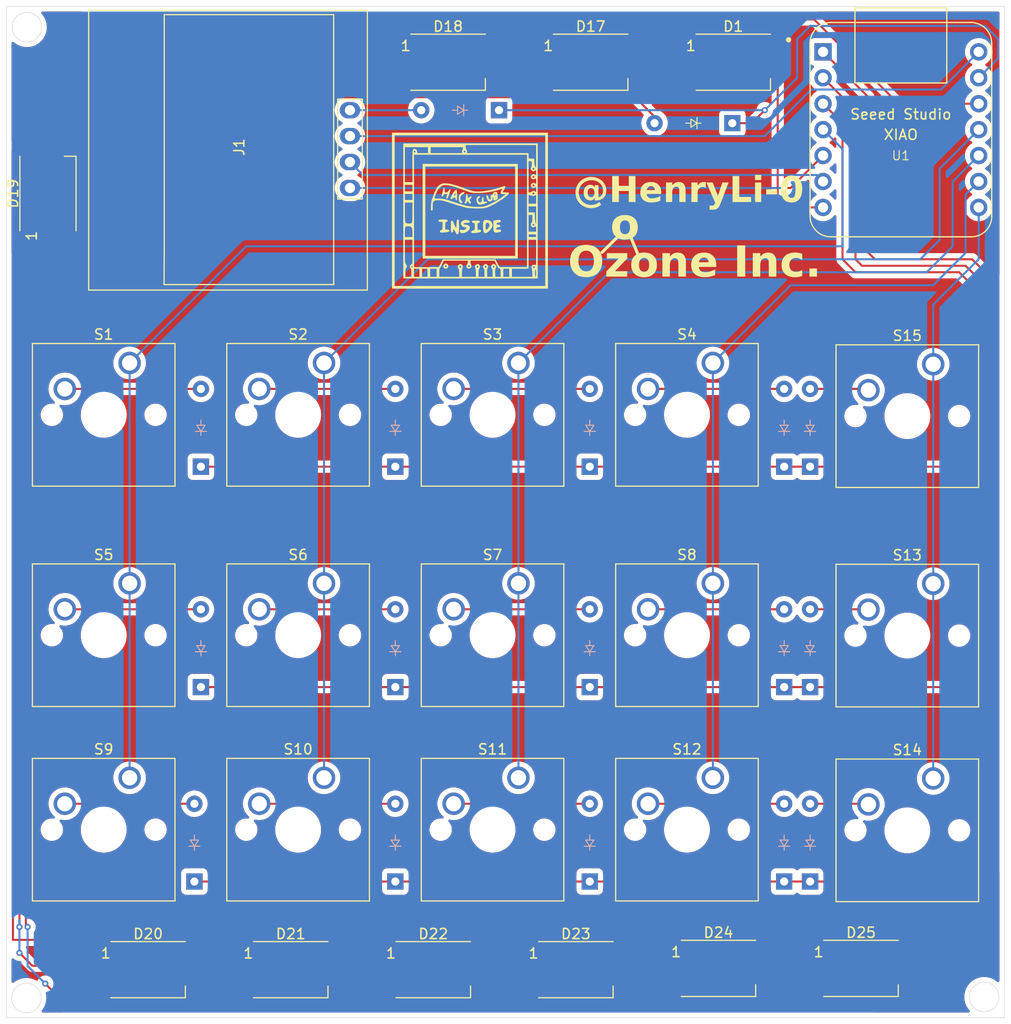
<source format=kicad_pcb>
(kicad_pcb (version 20240108) (generator "pcbnew") (generator_version "8.0")
  (layers (0 "F.Cu" signal) (31 "B.Cu" signal) (34 "B.Paste" user) (35 "F.Paste" user) (36 "B.SilkS" user "B.Silkscreen") (37 "F.SilkS" user "F.Silkscreen") (38 "B.Mask" user) (39 "F.Mask" user) (44 "Edge.Cuts" user))
  (net 0 "")
  (net 1 "GND")
  (net 2 "Net-(D1-DOUT)")
  (net 3 "+3.3V")
  (net 4 "Net-(D1-DIN)")
  (net 5 "Net-(D17-DOUT)")
  (net 6 "Net-(D18-DOUT)")
  (net 7 "Net-(D19-DOUT)")
  (net 8 "Net-(D20-DOUT)")
  (net 9 "Net-(D21-DOUT)")
  (net 10 "Net-(D22-DOUT)")
  (net 11 "Net-(D23-DOUT)")
  (net 12 "Net-(D24-DOUT)")
  (net 14 "Net-(J1-SCL)")
  (net 15 "Net-(J1-VCC)")
  (net 16 "Net-(D1-VSS)")
  (net 17 "Net-(J1-SDA)")
  (net 18 "Col 4")
  (net 19 "Col 1")
  (net 20 "Row 0")
  (net 21 "Col 2")
  (net 22 "Col 3")
  (net 23 "Col 0")
  (net 24 "Row 2")
  (net 25 "Row 1")
  (net 26 "Net-(D2-A)")
  (net 27 "Net-(D3-A)")
  (net 28 "Net-(D4-A)")
  (net 29 "Net-(D5-A)")
  (net 30 "Net-(D6-A)")
  (net 31 "Net-(D7-A)")
  (net 32 "Net-(D8-A)")
  (net 33 "Net-(D9-A)")
  (net 34 "Net-(D10-A)")
  (net 35 "Net-(D11-A)")
  (net 36 "Net-(D12-A)")
  (net 37 "Net-(D13-A)")
  (net 38 "Net-(D14-A)")
  (net 39 "Net-(D15-A)")
  (net 40 "Net-(D16-A)")
  (net 41 "Net-(D27-A)")
  (footprint "ScottoKeebs_Components:LED_WS2812B" (layer "F.Cu") (at 131.065 57.695 90)
    (property "Reference" "D19" (at 0 -3.43 90) (layer "F.SilkS"))
    (property "Value" "LED_WS2812B")
    (fp_text user "1" (at -4.15 -1.6 90) (layer "F.SilkS"))
    (pad "1" smd rect (at -2.45 -1.65 90) (size 1.5 0.9) (layers "F.Cu" "F.Paste" "F.Mask") (net 3 "+3.3V"))
    (pad "2" smd rect (at -2.45 1.65 90) (size 1.5 0.9) (layers "F.Cu" "F.Paste" "F.Mask") (net 7 "Net-(D19-DOUT)"))
    (pad "3" smd rect (at 2.45 1.65 90) (size 1.5 0.9) (layers "F.Cu" "F.Paste" "F.Mask") (net 16 "Net-(D1-VSS)"))
    (pad "4" smd rect (at 2.45 -1.65 90) (size 1.5 0.9) (layers "F.Cu" "F.Paste" "F.Mask") (net 6 "Net-(D18-DOUT)"))
  )
  (footprint "ScottoKeebs_Components:LED_WS2812B" (layer "F.Cu") (at 170.27 44.83)
    (property "Reference" "D18" (at 0 -3.5 0) (layer "F.SilkS"))
    (property "Value" "LED_WS2812B")
    (fp_text user "1" (at -4.15 -1.6 0) (layer "F.SilkS"))
    (pad "1" smd rect (at -2.45 -1.65) (size 1.5 0.9) (layers "F.Cu" "F.Paste" "F.Mask") (net 3 "+3.3V"))
    (pad "2" smd rect (at -2.45 1.65) (size 1.5 0.9) (layers "F.Cu" "F.Paste" "F.Mask") (net 6 "Net-(D18-DOUT)"))
    (pad "3" smd rect (at 2.45 1.65) (size 1.5 0.9) (layers "F.Cu" "F.Paste" "F.Mask") (net 16 "Net-(D1-VSS)"))
    (pad "4" smd rect (at 2.45 -1.65) (size 1.5 0.9) (layers "F.Cu" "F.Paste" "F.Mask") (net 5 "Net-(D17-DOUT)"))
  )
  (footprint "ScottoKeebs_Components:LED_WS2812B" (layer "F.Cu") (at 184.24 44.83)
    (property "Reference" "D17" (at 0 -3.5 0) (layer "F.SilkS"))
    (property "Value" "LED_WS2812B")
    (fp_text user "1" (at -4.15 -1.6 0) (layer "F.SilkS"))
    (pad "1" smd rect (at -2.45 -1.65) (size 1.5 0.9) (layers "F.Cu" "F.Paste" "F.Mask") (net 3 "+3.3V"))
    (pad "2" smd rect (at -2.45 1.65) (size 1.5 0.9) (layers "F.Cu" "F.Paste" "F.Mask") (net 5 "Net-(D17-DOUT)"))
    (pad "3" smd rect (at 2.45 1.65) (size 1.5 0.9) (layers "F.Cu" "F.Paste" "F.Mask") (net 16 "Net-(D1-VSS)"))
    (pad "4" smd rect (at 2.45 -1.65) (size 1.5 0.9) (layers "F.Cu" "F.Paste" "F.Mask") (net 2 "Net-(D1-DOUT)"))
  )
  (footprint "ScottoKeebs_Components:LED_WS2812B" (layer "F.Cu") (at 198.21 44.83)
    (property "Reference" "D1" (at 0 -3.5 0) (layer "F.SilkS"))
    (property "Value" "LED_WS2812B")
    (fp_text user "1" (at -4.15 -1.6 0) (layer "F.SilkS"))
    (pad "1" smd rect (at -2.45 -1.65) (size 1.5 0.9) (layers "F.Cu" "F.Paste" "F.Mask") (net 3 "+3.3V"))
    (pad "2" smd rect (at -2.45 1.65) (size 1.5 0.9) (layers "F.Cu" "F.Paste" "F.Mask") (net 2 "Net-(D1-DOUT)"))
    (pad "3" smd rect (at 2.45 1.65) (size 1.5 0.9) (layers "F.Cu" "F.Paste" "F.Mask") (net 16 "Net-(D1-VSS)"))
    (pad "4" smd rect (at 2.45 -1.65) (size 1.5 0.9) (layers "F.Cu" "F.Paste" "F.Mask") (net 4 "Net-(D1-DIN)"))
  )
  (footprint "Button_Switch_Keyboard:SW_Cherry_MX_1.00u_PCB" (layer "F.Cu") (at 158.115 74.295)
    (property "Reference" "S2" (at -2.54 -2.794 0) (layer "F.SilkS"))
    (property "Value" "Keyswitch")
    (pad "" np_thru_hole circle (at -7.62 5.08) (size 1.7 1.7) (drill 1.7) (layers "*.Cu" "*.Mask"))
    (pad "" np_thru_hole circle (at -2.54 5.08) (size 4 4) (drill 4) (layers "*.Cu" "*.Mask"))
    (pad "" np_thru_hole circle (at 2.54 5.08) (size 1.7 1.7) (drill 1.7) (layers "*.Cu" "*.Mask"))
    (pad "1" thru_hole circle (at 0 0) (size 2.2 2.2) (drill 1.5) (layers "*.Cu" "*.Mask") (net 19 "Col 1"))
    (pad "2" thru_hole circle (at -6.35 2.54) (size 2.2 2.2) (drill 1.5) (layers "*.Cu" "*.Mask") (net 27 "Net-(D3-A)"))
  )
  (footprint "Button_Switch_Keyboard:SW_Cherry_MX_1.00u_PCB" (layer "F.Cu") (at 139.065 95.885)
    (property "Reference" "S5" (at -2.54 -2.794 0) (layer "F.SilkS"))
    (property "Value" "Keyswitch")
    (pad "" np_thru_hole circle (at -7.62 5.08) (size 1.7 1.7) (drill 1.7) (layers "*.Cu" "*.Mask"))
    (pad "" np_thru_hole circle (at -2.54 5.08) (size 4 4) (drill 4) (layers "*.Cu" "*.Mask"))
    (pad "" np_thru_hole circle (at 2.54 5.08) (size 1.7 1.7) (drill 1.7) (layers "*.Cu" "*.Mask"))
    (pad "1" thru_hole circle (at 0 0) (size 2.2 2.2) (drill 1.5) (layers "*.Cu" "*.Mask") (net 23 "Col 0"))
    (pad "2" thru_hole circle (at -6.35 2.54) (size 2.2 2.2) (drill 1.5) (layers "*.Cu" "*.Mask") (net 30 "Net-(D6-A)"))
  )
  (footprint "Button_Switch_Keyboard:SW_Cherry_MX_1.00u_PCB" (layer "F.Cu") (at 139.065 114.935)
    (property "Reference" "S9" (at -2.54 -2.794 0) (layer "F.SilkS"))
    (property "Value" "Keyswitch")
    (pad "" np_thru_hole circle (at -7.62 5.08) (size 1.7 1.7) (drill 1.7) (layers "*.Cu" "*.Mask"))
    (pad "" np_thru_hole circle (at -2.54 5.08) (size 4 4) (drill 4) (layers "*.Cu" "*.Mask"))
    (pad "" np_thru_hole circle (at 2.54 5.08) (size 1.7 1.7) (drill 1.7) (layers "*.Cu" "*.Mask"))
    (pad "1" thru_hole circle (at 0 0) (size 2.2 2.2) (drill 1.5) (layers "*.Cu" "*.Mask") (net 23 "Col 0"))
    (pad "2" thru_hole circle (at -6.35 2.54) (size 2.2 2.2) (drill 1.5) (layers "*.Cu" "*.Mask") (net 34 "Net-(D10-A)"))
  )
  (footprint "Button_Switch_Keyboard:SW_Cherry_MX_1.00u_PCB" (layer "F.Cu") (at 177.165 95.885)
    (property "Reference" "S7" (at -2.54 -2.794 0) (layer "F.SilkS"))
    (property "Value" "Keyswitch")
    (pad "" np_thru_hole circle (at -7.62 5.08) (size 1.7 1.7) (drill 1.7) (layers "*.Cu" "*.Mask"))
    (pad "" np_thru_hole circle (at -2.54 5.08) (size 4 4) (drill 4) (layers "*.Cu" "*.Mask"))
    (pad "" np_thru_hole circle (at 2.54 5.08) (size 1.7 1.7) (drill 1.7) (layers "*.Cu" "*.Mask"))
    (pad "1" thru_hole circle (at 0 0) (size 2.2 2.2) (drill 1.5) (layers "*.Cu" "*.Mask") (net 21 "Col 2"))
    (pad "2" thru_hole circle (at -6.35 2.54) (size 2.2 2.2) (drill 1.5) (layers "*.Cu" "*.Mask") (net 32 "Net-(D8-A)"))
  )
  (footprint "ScottoKeebs_Components:Diode_DO-35" (layer "F.Cu") (at 198.12 50.8 180)
    (property "Reference" "D26" (hide yes))
    (property "Value" "Diode" (hide yes))
    (pad "1" thru_hole rect (at 0 0 180) (size 1.6 1.6) (drill 0.8) (layers "*.Cu" "*.Mask") (net 1 "GND"))
    (pad "2" thru_hole oval (at 7.62 0 180) (size 1.6 1.6) (drill 0.8) (layers "*.Cu" "*.Mask") (net 16 "Net-(D1-VSS)"))
  )
  (footprint "Button_Switch_Keyboard:SW_Cherry_MX_1.00u_PCB" (layer "F.Cu") (at 196.215 74.295)
    (property "Reference" "S4" (at -2.54 -2.794 0) (layer "F.SilkS"))
    (property "Value" "Keyswitch")
    (pad "" np_thru_hole circle (at -7.62 5.08) (size 1.7 1.7) (drill 1.7) (layers "*.Cu" "*.Mask"))
    (pad "" np_thru_hole circle (at -2.54 5.08) (size 4 4) (drill 4) (layers "*.Cu" "*.Mask"))
    (pad "" np_thru_hole circle (at 2.54 5.08) (size 1.7 1.7) (drill 1.7) (layers "*.Cu" "*.Mask"))
    (pad "1" thru_hole circle (at 0 0) (size 2.2 2.2) (drill 1.5) (layers "*.Cu" "*.Mask") (net 22 "Col 3"))
    (pad "2" thru_hole circle (at -6.35 2.54) (size 2.2 2.2) (drill 1.5) (layers "*.Cu" "*.Mask") (net 29 "Net-(D5-A)"))
  )
  (footprint "ScottoKeebs_Components:LED_WS2812B" (layer "F.Cu") (at 168.82 133.73)
    (property "Reference" "D22" (at 0 -3.5 0) (layer "F.SilkS"))
    (property "Value" "LED_WS2812B")
    (fp_text user "1" (at -4.15 -1.6 0) (layer "F.SilkS"))
    (pad "1" smd rect (at -2.45 -1.65) (size 1.5 0.9) (layers "F.Cu" "F.Paste" "F.Mask") (net 3 "+3.3V"))
    (pad "2" smd rect (at -2.45 1.65) (size 1.5 0.9) (layers "F.Cu" "F.Paste" "F.Mask") (net 10 "Net-(D22-DOUT)"))
    (pad "3" smd rect (at 2.45 1.65) (size 1.5 0.9) (layers "F.Cu" "F.Paste" "F.Mask") (net 16 "Net-(D1-VSS)"))
    (pad "4" smd rect (at 2.45 -1.65) (size 1.5 0.9) (layers "F.Cu" "F.Paste" "F.Mask") (net 9 "Net-(D21-DOUT)"))
  )
  (footprint "Button_Switch_Keyboard:SW_Cherry_MX_1.00u_PCB" (layer "F.Cu") (at 196.215 114.935)
    (property "Reference" "S12" (at -2.54 -2.794 0) (layer "F.SilkS"))
    (property "Value" "Keyswitch")
    (pad "" np_thru_hole circle (at -7.62 5.08) (size 1.7 1.7) (drill 1.7) (layers "*.Cu" "*.Mask"))
    (pad "" np_thru_hole circle (at -2.54 5.08) (size 4 4) (drill 4) (layers "*.Cu" "*.Mask"))
    (pad "" np_thru_hole circle (at 2.54 5.08) (size 1.7 1.7) (drill 1.7) (layers "*.Cu" "*.Mask"))
    (pad "1" thru_hole circle (at 0 0) (size 2.2 2.2) (drill 1.5) (layers "*.Cu" "*.Mask") (net 22 "Col 3"))
    (pad "2" thru_hole circle (at -6.35 2.54) (size 2.2 2.2) (drill 1.5) (layers "*.Cu" "*.Mask") (net 37 "Net-(D13-A)"))
  )
  (footprint "Button_Switch_Keyboard:SW_Cherry_MX_1.00u_PCB" (layer "F.Cu") (at 196.215 95.885)
    (property "Reference" "S8" (at -2.54 -2.794 0) (layer "F.SilkS"))
    (property "Value" "Keyswitch")
    (pad "" np_thru_hole circle (at -7.62 5.08) (size 1.7 1.7) (drill 1.7) (layers "*.Cu" "*.Mask"))
    (pad "" np_thru_hole circle (at -2.54 5.08) (size 4 4) (drill 4) (layers "*.Cu" "*.Mask"))
    (pad "" np_thru_hole circle (at 2.54 5.08) (size 1.7 1.7) (drill 1.7) (layers "*.Cu" "*.Mask"))
    (pad "1" thru_hole circle (at 0 0) (size 2.2 2.2) (drill 1.5) (layers "*.Cu" "*.Mask") (net 22 "Col 3"))
    (pad "2" thru_hole circle (at -6.35 2.54) (size 2.2 2.2) (drill 1.5) (layers "*.Cu" "*.Mask") (net 33 "Net-(D9-A)"))
  )
  (footprint "LOGO" (layer "F.Cu") (at 172.466 59.69)
    (property "Reference" "G***" (hide yes))
    (property "Value" "LOGO" (hide yes))
  )
  (footprint "Button_Switch_Keyboard:SW_Cherry_MX_1.00u_PCB" (layer "F.Cu") (at 139.065 74.295)
    (property "Reference" "S1" (at -2.54 -2.794 0) (layer "F.SilkS"))
    (property "Value" "Keyswitch")
    (pad "" np_thru_hole circle (at -7.62 5.08) (size 1.7 1.7) (drill 1.7) (layers "*.Cu" "*.Mask"))
    (pad "" np_thru_hole circle (at -2.54 5.08) (size 4 4) (drill 4) (layers "*.Cu" "*.Mask"))
    (pad "" np_thru_hole circle (at 2.54 5.08) (size 1.7 1.7) (drill 1.7) (layers "*.Cu" "*.Mask"))
    (pad "1" thru_hole circle (at 0 0) (size 2.2 2.2) (drill 1.5) (layers "*.Cu" "*.Mask") (net 23 "Col 0"))
    (pad "2" thru_hole circle (at -6.35 2.54) (size 2.2 2.2) (drill 1.5) (layers "*.Cu" "*.Mask") (net 26 "Net-(D2-A)"))
  )
  (footprint "ScottoKeebs_Components:LED_WS2812B" (layer "F.Cu") (at 154.85 133.73)
    (property "Reference" "D21" (at 0 -3.5 0) (layer "F.SilkS"))
    (property "Value" "LED_WS2812B")
    (fp_text user "1" (at -4.15 -1.6 0) (layer "F.SilkS"))
    (pad "1" smd rect (at -2.45 -1.65) (size 1.5 0.9) (layers "F.Cu" "F.Paste" "F.Mask") (net 3 "+3.3V"))
    (pad "2" smd rect (at -2.45 1.65) (size 1.5 0.9) (layers "F.Cu" "F.Paste" "F.Mask") (net 9 "Net-(D21-DOUT)"))
    (pad "3" smd rect (at 2.45 1.65) (size 1.5 0.9) (layers "F.Cu" "F.Paste" "F.Mask") (net 16 "Net-(D1-VSS)"))
    (pad "4" smd rect (at 2.45 -1.65) (size 1.5 0.9) (layers "F.Cu" "F.Paste" "F.Mask") (net 8 "Net-(D20-DOUT)"))
  )
  (footprint "ScottoKeebs_Components:LED_WS2812B" (layer "F.Cu") (at 182.79 133.73)
    (property "Reference" "D23" (at 0 -3.5 0) (layer "F.SilkS"))
    (property "Value" "LED_WS2812B")
    (fp_text user "1" (at -4.15 -1.6 0) (layer "F.SilkS"))
    (pad "1" smd rect (at -2.45 -1.65) (size 1.5 0.9) (layers "F.Cu" "F.Paste" "F.Mask") (net 3 "+3.3V"))
    (pad "2" smd rect (at -2.45 1.65) (size 1.5 0.9) (layers "F.Cu" "F.Paste" "F.Mask") (net 11 "Net-(D23-DOUT)"))
    (pad "3" smd rect (at 2.45 1.65) (size 1.5 0.9) (layers "F.Cu" "F.Paste" "F.Mask") (net 16 "Net-(D1-VSS)"))
    (pad "4" smd rect (at 2.45 -1.65) (size 1.5 0.9) (layers "F.Cu" "F.Paste" "F.Mask") (net 10 "Net-(D22-DOUT)"))
  )
  (footprint "Button_Switch_Keyboard:SW_Cherry_MX_1.00u_PCB" (layer "F.Cu") (at 217.805 74.42)
    (property "Reference" "S15" (at -2.54 -2.794 0) (layer "F.SilkS"))
    (property "Value" "Keyswitch")
    (pad "" np_thru_hole circle (at -7.62 5.08) (size 1.7 1.7) (drill 1.7) (layers "*.Cu" "*.Mask"))
    (pad "" np_thru_hole circle (at -2.54 5.08) (size 4 4) (drill 4) (layers "*.Cu" "*.Mask"))
    (pad "" np_thru_hole circle (at 2.54 5.08) (size 1.7 1.7) (drill 1.7) (layers "*.Cu" "*.Mask"))
    (pad "1" thru_hole circle (at 0 0) (size 2.2 2.2) (drill 1.5) (layers "*.Cu" "*.Mask") (net 18 "Col 4"))
    (pad "2" thru_hole circle (at -6.35 2.54) (size 2.2 2.2) (drill 1.5) (layers "*.Cu" "*.Mask") (net 40 "Net-(D16-A)"))
  )
  (footprint "ScottoKeebs_Components:LED_WS2812B" (layer "F.Cu") (at 210.73 133.605)
    (property "Reference" "D25" (at 0 -3.5 0) (layer "F.SilkS"))
    (property "Value" "LED_WS2812B")
    (fp_text user "1" (at -4.15 -1.6 0) (layer "F.SilkS"))
    (pad "1" smd rect (at -2.45 -1.65) (size 1.5 0.9) (layers "F.Cu" "F.Paste" "F.Mask") (net 3 "+3.3V"))
    (pad "2" smd rect (at -2.45 1.65) (size 1.5 0.9) (layers "F.Cu" "F.Paste" "F.Mask"))
    (pad "3" smd rect (at 2.45 1.65) (size 1.5 0.9) (layers "F.Cu" "F.Paste" "F.Mask") (net 16 "Net-(D1-VSS)"))
    (pad "4" smd rect (at 2.45 -1.65) (size 1.5 0.9) (layers "F.Cu" "F.Paste" "F.Mask") (net 12 "Net-(D24-DOUT)"))
  )
  (footprint "ScottoKeebs_Components:LED_WS2812B" (layer "F.Cu") (at 196.76 133.605)
    (property "Reference" "D24" (at 0 -3.5 0) (layer "F.SilkS"))
    (property "Value" "LED_WS2812B")
    (fp_text user "1" (at -4.15 -1.6 0) (layer "F.SilkS"))
    (pad "1" smd rect (at -2.45 -1.65) (size 1.5 0.9) (layers "F.Cu" "F.Paste" "F.Mask") (net 3 "+3.3V"))
    (pad "2" smd rect (at -2.45 1.65) (size 1.5 0.9) (layers "F.Cu" "F.Paste" "F.Mask") (net 12 "Net-(D24-DOUT)"))
    (pad "3" smd rect (at 2.45 1.65) (size 1.5 0.9) (layers "F.Cu" "F.Paste" "F.Mask") (net 16 "Net-(D1-VSS)"))
    (pad "4" smd rect (at 2.45 -1.65) (size 1.5 0.9) (layers "F.Cu" "F.Paste" "F.Mask") (net 11 "Net-(D23-DOUT)"))
  )
  (footprint "Button_Switch_Keyboard:SW_Cherry_MX_1.00u_PCB" (layer "F.Cu") (at 177.165 74.295)
    (property "Reference" "S3" (at -2.54 -2.794 0) (layer "F.SilkS"))
    (property "Value" "Keyswitch")
    (pad "" np_thru_hole circle (at -7.62 5.08) (size 1.7 1.7) (drill 1.7) (layers "*.Cu" "*.Mask"))
    (pad "" np_thru_hole circle (at -2.54 5.08) (size 4 4) (drill 4) (layers "*.Cu" "*.Mask"))
    (pad "" np_thru_hole circle (at 2.54 5.08) (size 1.7 1.7) (drill 1.7) (layers "*.Cu" "*.Mask"))
    (pad "1" thru_hole circle (at 0 0) (size 2.2 2.2) (drill 1.5) (layers "*.Cu" "*.Mask") (net 21 "Col 2"))
    (pad "2" thru_hole circle (at -6.35 2.54) (size 2.2 2.2) (drill 1.5) (layers "*.Cu" "*.Mask") (net 28 "Net-(D4-A)"))
  )
  (footprint "Button_Switch_Keyboard:SW_Cherry_MX_1.00u_PCB" (layer "F.Cu") (at 217.805 95.92)
    (property "Reference" "S13" (at -2.54 -2.794 0) (layer "F.SilkS"))
    (property "Value" "Keyswitch")
    (pad "" np_thru_hole circle (at -7.62 5.08) (size 1.7 1.7) (drill 1.7) (layers "*.Cu" "*.Mask"))
    (pad "" np_thru_hole circle (at -2.54 5.08) (size 4 4) (drill 4) (layers "*.Cu" "*.Mask"))
    (pad "" np_thru_hole circle (at 2.54 5.08) (size 1.7 1.7) (drill 1.7) (layers "*.Cu" "*.Mask"))
    (pad "1" thru_hole circle (at 0 0) (size 2.2 2.2) (drill 1.5) (layers "*.Cu" "*.Mask") (net 18 "Col 4"))
    (pad "2" thru_hole circle (at -6.35 2.54) (size 2.2 2.2) (drill 1.5) (layers "*.Cu" "*.Mask") (net 38 "Net-(D14-A)"))
  )
  (footprint "Button_Switch_Keyboard:SW_Cherry_MX_1.00u_PCB" (layer "F.Cu") (at 158.115 114.935)
    (property "Reference" "S10" (at -2.54 -2.794 0) (layer "F.SilkS"))
    (property "Value" "Keyswitch")
    (pad "" np_thru_hole circle (at -7.62 5.08) (size 1.7 1.7) (drill 1.7) (layers "*.Cu" "*.Mask"))
    (pad "" np_thru_hole circle (at -2.54 5.08) (size 4 4) (drill 4) (layers "*.Cu" "*.Mask"))
    (pad "" np_thru_hole circle (at 2.54 5.08) (size 1.7 1.7) (drill 1.7) (layers "*.Cu" "*.Mask"))
    (pad "1" thru_hole circle (at 0 0) (size 2.2 2.2) (drill 1.5) (layers "*.Cu" "*.Mask") (net 19 "Col 1"))
    (pad "2" thru_hole circle (at -6.35 2.54) (size 2.2 2.2) (drill 1.5) (layers "*.Cu" "*.Mask") (net 35 "Net-(D11-A)"))
  )
  (footprint "Button_Switch_Keyboard:SW_Cherry_MX_1.00u_PCB" (layer "F.Cu") (at 177.165 114.935)
    (property "Reference" "S11" (at -2.54 -2.794 0) (layer "F.SilkS"))
    (property "Value" "Keyswitch")
    (pad "" np_thru_hole circle (at -7.62 5.08) (size 1.7 1.7) (drill 1.7) (layers "*.Cu" "*.Mask"))
    (pad "" np_thru_hole circle (at -2.54 5.08) (size 4 4) (drill 4) (layers "*.Cu" "*.Mask"))
    (pad "" np_thru_hole circle (at 2.54 5.08) (size 1.7 1.7) (drill 1.7) (layers "*.Cu" "*.Mask"))
    (pad "1" thru_hole circle (at 0 0) (size 2.2 2.2) (drill 1.5) (layers "*.Cu" "*.Mask") (net 21 "Col 2"))
    (pad "2" thru_hole circle (at -6.35 2.54) (size 2.2 2.2) (drill 1.5) (layers "*.Cu" "*.Mask") (net 36 "Net-(D12-A)"))
  )
  (footprint "Button_Switch_Keyboard:SW_Cherry_MX_1.00u_PCB" (layer "F.Cu") (at 158.115 95.885)
    (property "Reference" "S6" (at -2.54 -2.794 0) (layer "F.SilkS"))
    (property "Value" "Keyswitch")
    (pad "" np_thru_hole circle (at -7.62 5.08) (size 1.7 1.7) (drill 1.7) (layers "*.Cu" "*.Mask"))
    (pad "" np_thru_hole circle (at -2.54 5.08) (size 4 4) (drill 4) (layers "*.Cu" "*.Mask"))
    (pad "" np_thru_hole circle (at 2.54 5.08) (size 1.7 1.7) (drill 1.7) (layers "*.Cu" "*.Mask"))
    (pad "1" thru_hole circle (at 0 0) (size 2.2 2.2) (drill 1.5) (layers "*.Cu" "*.Mask") (net 19 "Col 1"))
    (pad "2" thru_hole circle (at -6.35 2.54) (size 2.2 2.2) (drill 1.5) (layers "*.Cu" "*.Mask") (net 31 "Net-(D7-A)"))
  )
  (footprint "Seeed Studio XIAO Series Library:XIAO-Generic-Thruhole-14P-2.54-21X17.8MM" (layer "F.Cu") (at 214.635 51.435)
    (property "Reference" "U1" (at 0 2.54 0) (layer "F.SilkS") (effects (font (size 0.889 0.889) (thickness 0.1016))))
    (property "Value" "Seeed Studio XIAO SAMD21" (hide yes))
    (fp_text user "Seeed Studio" (at 0 -1.5 0) (layer "F.SilkS"))
    (fp_text user "XIAO" (at 0 0.5 0) (layer "F.SilkS"))
    (pad "1" thru_hole rect (at -7.625 -7.62) (size 1.7 1.7) (drill 1) (layers "*.Cu" "*.Mask") (net 24 "Row 2"))
    (pad "2" thru_hole circle (at -7.625 -5.08) (size 1.7 1.7) (drill 1) (layers "*.Cu" "*.Mask") (net 25 "Row 1"))
    (pad "3" thru_hole circle (at -7.625 -2.54) (size 1.7 1.7) (drill 1) (layers "*.Cu" "*.Mask") (net 20 "Row 0"))
    (pad "4" thru_hole circle (at -7.625 0) (size 1.7 1.7) (drill 1) (layers "*.Cu" "*.Mask") (net 23 "Col 0"))
    (pad "5" thru_hole circle (at -7.625 2.54) (size 1.7 1.7) (drill 1) (layers "*.Cu" "*.Mask") (net 17 "Net-(J1-SDA)"))
    (pad "6" thru_hole circle (at -7.625 5.08 180) (size 1.7 1.7) (drill 1) (layers "*.Cu" "*.Mask") (net 14 "Net-(J1-SCL)"))
    (pad "7" thru_hole circle (at -7.625 7.62) (size 1.7 1.7) (drill 1) (layers "*.Cu" "*.Mask") (net 4 "Net-(D1-DIN)"))
    (pad "8" thru_hole circle (at 7.625 7.62) (size 1.7 1.7) (drill 1) (layers "*.Cu" "*.Mask") (net 18 "Col 4"))
    (pad "9" thru_hole circle (at 7.625 5.08) (size 1.7 1.7) (drill 1) (layers "*.Cu" "*.Mask") (net 22 "Col 3"))
    (pad "10" thru_hole circle (at 7.625 2.54) (size 1.7 1.7) (drill 1) (layers "*.Cu" "*.Mask") (net 21 "Col 2"))
    (pad "11" thru_hole circle (at 7.625 0) (size 1.7 1.7) (drill 1) (layers "*.Cu" "*.Mask") (net 19 "Col 1"))
    (pad "12" thru_hole circle (at 7.625 -2.54) (size 1.7 1.7) (drill 1) (layers "*.Cu" "*.Mask") (net 3 "+3.3V"))
    (pad "13" thru_hole circle (at 7.625 -5.08) (size 1.7 1.7) (drill 1) (layers "*.Cu" "*.Mask") (net 1 "GND"))
    (pad "14" thru_hole circle (at 7.625 -7.62) (size 1.7 1.7) (drill 1) (layers "*.Cu" "*.Mask") (net 15 "Net-(J1-VCC)"))
  )
  (footprint "Button_Switch_Keyboard:SW_Cherry_MX_1.00u_PCB" (layer "F.Cu") (at 217.805 115)
    (property "Reference" "S14" (at -2.54 -2.794 0) (layer "F.SilkS"))
    (property "Value" "Keyswitch")
    (pad "" np_thru_hole circle (at -7.62 5.08) (size 1.7 1.7) (drill 1.7) (layers "*.Cu" "*.Mask"))
    (pad "" np_thru_hole circle (at -2.54 5.08) (size 4 4) (drill 4) (layers "*.Cu" "*.Mask"))
    (pad "" np_thru_hole circle (at 2.54 5.08) (size 1.7 1.7) (drill 1.7) (layers "*.Cu" "*.Mask"))
    (pad "1" thru_hole circle (at 0 0) (size 2.2 2.2) (drill 1.5) (layers "*.Cu" "*.Mask") (net 18 "Col 4"))
    (pad "2" thru_hole circle (at -6.35 2.54) (size 2.2 2.2) (drill 1.5) (layers "*.Cu" "*.Mask") (net 39 "Net-(D15-A)"))
  )
  (footprint "ScottoKeebs_Components:LED_WS2812B" (layer "F.Cu") (at 140.88 133.73)
    (property "Reference" "D20" (at 0 -3.5 0) (layer "F.SilkS"))
    (property "Value" "LED_WS2812B")
    (fp_text user "1" (at -4.15 -1.6 0) (layer "F.SilkS"))
    (pad "1" smd rect (at -2.45 -1.65) (size 1.5 0.9) (layers "F.Cu" "F.Paste" "F.Mask") (net 3 "+3.3V"))
    (pad "2" smd rect (at -2.45 1.65) (size 1.5 0.9) (layers "F.Cu" "F.Paste" "F.Mask") (net 8 "Net-(D20-DOUT)"))
    (pad "3" smd rect (at 2.45 1.65) (size 1.5 0.9) (layers "F.Cu" "F.Paste" "F.Mask") (net 16 "Net-(D1-VSS)"))
    (pad "4" smd rect (at 2.45 -1.65) (size 1.5 0.9) (layers "F.Cu" "F.Paste" "F.Mask") (net 7 "Net-(D19-DOUT)"))
  )
  (footprint "KiCad:SSD1306 128x64 OLED" (layer "F.Cu") (at 150.055 53.15 -90)
    (property "Reference" "J1" (at 0 0.254 -90) (layer "F.SilkS"))
    (property "Value" "OLED_128x64")
    (pad "1" thru_hole oval (at -3.62 -10.6) (size 2 1.6) (drill 1) (layers "*.Cu" "*.Mask") (net 41 "Net-(D27-A)"))
    (pad "2" thru_hole oval (at -1.08 -10.6) (size 2 1.6) (drill 1) (layers "*.Cu" "*.Mask") (net 15 "Net-(J1-VCC)"))
    (pad "3" thru_hole oval (at 1.46 -10.6) (size 2 1.6) (drill 1) (layers "*.Cu" "*.Mask") (net 14 "Net-(J1-SCL)"))
    (pad "4" thru_hole oval (at 4 -10.6) (size 2 1.6) (drill 1) (layers "*.Cu" "*.Mask") (net 17 "Net-(J1-SDA)"))
  )
  (footprint "ScottoKeebs_Components:Diode_DO-35" (layer "B.Cu") (at 205.74 84.455 90)
    (property "Reference" "D16" (hide yes))
    (property "Value" "Diode" (hide yes))
    (pad "1" thru_hole rect (at 0 0 90) (size 1.6 1.6) (drill 0.8) (layers "*.Cu" "*.Mask") (net 20 "Row 0"))
    (pad "2" thru_hole oval (at 7.62 0 90) (size 1.6 1.6) (drill 0.8) (layers "*.Cu" "*.Mask") (net 40 "Net-(D16-A)"))
  )
  (footprint "ScottoKeebs_Components:Diode_DO-35" (layer "B.Cu") (at 175.26 49.53 180)
    (property "Reference" "D27" (hide yes))
    (property "Value" "Diode" (hide yes))
    (pad "1" thru_hole rect (at 0 0 180) (size 1.6 1.6) (drill 0.8) (layers "*.Cu" "*.Mask") (net 1 "GND"))
    (pad "2" thru_hole oval (at 7.62 0 180) (size 1.6 1.6) (drill 0.8) (layers "*.Cu" "*.Mask") (net 41 "Net-(D27-A)"))
  )
  (footprint "ScottoKeebs_Components:Diode_DO-35" (layer "B.Cu") (at 184.15 106.045 90)
    (property "Reference" "D8" (hide yes))
    (property "Value" "Diode" (hide yes))
    (pad "1" thru_hole rect (at 0 0 90) (size 1.6 1.6) (drill 0.8) (layers "*.Cu" "*.Mask") (net 25 "Row 1"))
    (pad "2" thru_hole oval (at 7.62 0 90) (size 1.6 1.6) (drill 0.8) (layers "*.Cu" "*.Mask") (net 32 "Net-(D8-A)"))
  )
  (footprint "ScottoKeebs_Components:Diode_DO-35" (layer "B.Cu") (at 146.05 84.455 90)
    (property "Reference" "D2" (hide yes))
    (property "Value" "Diode" (hide yes))
    (pad "1" thru_hole rect (at 0 0 90) (size 1.6 1.6) (drill 0.8) (layers "*.Cu" "*.Mask") (net 20 "Row 0"))
    (pad "2" thru_hole oval (at 7.62 0 90) (size 1.6 1.6) (drill 0.8) (layers "*.Cu" "*.Mask") (net 26 "Net-(D2-A)"))
  )
  (footprint "ScottoKeebs_Components:Diode_DO-35" (layer "B.Cu") (at 203.2 106.045 90)
    (property "Reference" "D9" (hide yes))
    (property "Value" "Diode" (hide yes))
    (pad "1" thru_hole rect (at 0 0 90) (size 1.6 1.6) (drill 0.8) (layers "*.Cu" "*.Mask") (net 25 "Row 1"))
    (pad "2" thru_hole oval (at 7.62 0 90) (size 1.6 1.6) (drill 0.8) (layers "*.Cu" "*.Mask") (net 33 "Net-(D9-A)"))
  )
  (footprint "ScottoKeebs_Components:Diode_DO-35" (layer "B.Cu") (at 165.1 125.095 90)
    (property "Reference" "D11" (hide yes))
    (property "Value" "Diode" (hide yes))
    (pad "1" thru_hole rect (at 0 0 90) (size 1.6 1.6) (drill 0.8) (layers "*.Cu" "*.Mask") (net 24 "Row 2"))
    (pad "2" thru_hole oval (at 7.62 0 90) (size 1.6 1.6) (drill 0.8) (layers "*.Cu" "*.Mask") (net 35 "Net-(D11-A)"))
  )
  (footprint "ScottoKeebs_Components:Diode_DO-35" (layer "B.Cu") (at 165.1 84.455 90)
    (property "Reference" "D3" (hide yes))
    (property "Value" "Diode" (hide yes))
    (pad "1" thru_hole rect (at 0 0 90) (size 1.6 1.6) (drill 0.8) (layers "*.Cu" "*.Mask") (net 20 "Row 0"))
    (pad "2" thru_hole oval (at 7.62 0 90) (size 1.6 1.6) (drill 0.8) (layers "*.Cu" "*.Mask") (net 27 "Net-(D3-A)"))
  )
  (footprint "ScottoKeebs_Components:Diode_DO-35" (layer "B.Cu") (at 165.1 106.045 90)
    (property "Reference" "D7" (hide yes))
    (property "Value" "Diode" (hide yes))
    (pad "1" thru_hole rect (at 0 0 90) (size 1.6 1.6) (drill 0.8) (layers "*.Cu" "*.Mask") (net 25 "Row 1"))
    (pad "2" thru_hole oval (at 7.62 0 90) (size 1.6 1.6) (drill 0.8) (layers "*.Cu" "*.Mask") (net 31 "Net-(D7-A)"))
  )
  (footprint "ScottoKeebs_Components:Diode_DO-35" (layer "B.Cu") (at 203.2 125.095 90)
    (property "Reference" "D13" (hide yes))
    (property "Value" "Diode" (hide yes))
    (pad "1" thru_hole rect (at 0 0 90) (size 1.6 1.6) (drill 0.8) (layers "*.Cu" "*.Mask") (net 24 "Row 2"))
    (pad "2" thru_hole oval (at 7.62 0 90) (size 1.6 1.6) (drill 0.8) (layers "*.Cu" "*.Mask") (net 37 "Net-(D13-A)"))
  )
  (footprint "ScottoKeebs_Components:Diode_DO-35" (layer "B.Cu") (at 205.74 125.095 90)
    (property "Reference" "D15" (hide yes))
    (property "Value" "Diode" (hide yes))
    (pad "1" thru_hole rect (at 0 0 90) (size 1.6 1.6) (drill 0.8) (layers "*.Cu" "*.Mask") (net 24 "Row 2"))
    (pad "2" thru_hole oval (at 7.62 0 90) (size 1.6 1.6) (drill 0.8) (layers "*.Cu" "*.Mask") (net 39 "Net-(D15-A)"))
  )
  (footprint "ScottoKeebs_Components:Diode_DO-35" (layer "B.Cu") (at 184.15 84.455 90)
    (property "Reference" "D4" (hide yes))
    (property "Value" "Diode" (hide yes))
    (pad "1" thru_hole rect (at 0 0 90) (size 1.6 1.6) (drill 0.8) (layers "*.Cu" "*.Mask") (net 20 "Row 0"))
    (pad "2" thru_hole oval (at 7.62 0 90) (size 1.6 1.6) (drill 0.8) (layers "*.Cu" "*.Mask") (net 28 "Net-(D4-A)"))
  )
  (footprint "ScottoKeebs_Components:Diode_DO-35" (layer "B.Cu") (at 145.415 125.095 90)
    (property "Reference" "D10" (hide yes))
    (property "Value" "Diode" (hide yes))
    (pad "1" thru_hole rect (at 0 0 90) (size 1.6 1.6) (drill 0.8) (layers "*.Cu" "*.Mask") (net 24 "Row 2"))
    (pad "2" thru_hole oval (at 7.62 0 90) (size 1.6 1.6) (drill 0.8) (layers "*.Cu" "*.Mask") (net 34 "Net-(D10-A)"))
  )
  (footprint "ScottoKeebs_Components:Diode_DO-35" (layer "B.Cu") (at 205.74 106.045 90)
    (property "Reference" "D14" (hide yes))
    (property "Value" "Diode" (hide yes))
    (pad "1" thru_hole rect (at 0 0 90) (size 1.6 1.6) (drill 0.8) (layers "*.Cu" "*.Mask") (net 25 "Row 1"))
    (pad "2" thru_hole oval (at 7.62 0 90) (size 1.6 1.6) (drill 0.8) (layers "*.Cu" "*.Mask") (net 38 "Net-(D14-A)"))
  )
  (footprint "ScottoKeebs_Components:Diode_DO-35" (layer "B.Cu") (at 146.05 106.045 90)
    (property "Reference" "D6" (hide yes))
    (property "Value" "Diode" (hide yes))
    (pad "1" thru_hole rect (at 0 0 90) (size 1.6 1.6) (drill 0.8) (layers "*.Cu" "*.Mask") (net 25 "Row 1"))
    (pad "2" thru_hole oval (at 7.62 0 90) (size 1.6 1.6) (drill 0.8) (layers "*.Cu" "*.Mask") (net 30 "Net-(D6-A)"))
  )
  (footprint "ScottoKeebs_Components:Diode_DO-35" (layer "B.Cu") (at 184.15 125.095 90)
    (property "Reference" "D12" (hide yes))
    (property "Value" "Diode" (hide yes))
    (pad "1" thru_hole rect (at 0 0 90) (size 1.6 1.6) (drill 0.8) (layers "*.Cu" "*.Mask") (net 24 "Row 2"))
    (pad "2" thru_hole oval (at 7.62 0 90) (size 1.6 1.6) (drill 0.8) (layers "*.Cu" "*.Mask") (net 36 "Net-(D12-A)"))
  )
  (footprint "ScottoKeebs_Components:Diode_DO-35" (layer "B.Cu") (at 203.2 84.455 90)
    (property "Reference" "D5" (hide yes))
    (property "Value" "Diode" (hide yes))
    (pad "1" thru_hole rect (at 0 0 90) (size 1.6 1.6) (drill 0.8) (layers "*.Cu" "*.Mask") (net 20 "Row 0"))
    (pad "2" thru_hole oval (at 7.62 0 90) (size 1.6 1.6) (drill 0.8) (layers "*.Cu" "*.Mask") (net 29 "Net-(D5-A)"))
  )
  (gr_line (start 185.3591 63.4568) (end 186.9541 61.8668) (stroke (width 0.3)) (layer "F.SilkS"))
  (gr_line (start 188.1463 61.9091) (end 188.9506 63.8556) (stroke (width 0.3)) (layer "F.SilkS"))
  (gr_circle (center 222.8 136.4) (end 222.8 134.95) (stroke (width 0.05)) (fill none) (layer "Edge.Cuts"))
  (gr_rect (start 127 39.37) (end 224.79 138.43) (stroke (width 0.05)) (fill none) (layer "Edge.Cuts"))
  (gr_circle (center 128.95 136.5) (end 128.95 135.05) (stroke (width 0.05)) (fill none) (layer "Edge.Cuts"))
  (gr_circle (center 129 41.4) (end 129 39.95) (stroke (width 0.05)) (fill none) (layer "Edge.Cuts"))
  (gr_text "@HenryLi-0" (at 182.5244 58.9534 0) (layer "F.SilkS") (effects (font (size 2.5 2.5) (thickness 0.5) (bold yes)) (justify left bottom)))
  (gr_text "Ozone Inc." (at 182.0164 66.3448 0) (layer "F.SilkS") (effects (font (size 3 3) (thickness 0.6) (bold yes)) (justify left bottom)))
  (gr_text "o" (at 186.1566 62.6618 0) (layer "F.SilkS") (effects (font (size 3 3) (thickness 0.6) (bold yes)) (justify left bottom)))
  (segment (start 198.12 50.8) (end 200.025 50.8) (width 0.2) (layer "F.Cu") (net 1))
  (segment (start 200.025 50.8) (end 201.295 49.53) (width 0.2) (layer "F.Cu") (net 1))
  (via (at 201.295 49.53) (size 0.6) (drill 0.3) (layers "F.Cu" "B.Cu") (net 1))
  (segment (start 222.885 41.275) (end 224.155 42.545) (width 0.2) (layer "B.Cu") (net 1))
  (segment (start 201.295 49.53) (end 204.47 46.355) (width 0.2) (layer "B.Cu") (net 1))
  (segment (start 204.47 46.355) (end 204.47 42.545) (width 0.2) (layer "B.Cu") (net 1))
  (segment (start 204.47 42.545) (end 205.74 41.275) (width 0.2) (layer "B.Cu") (net 1))
  (segment (start 224.155 42.545) (end 224.155 44.46) (width 0.2) (layer "B.Cu") (net 1))
  (segment (start 224.155 44.46) (end 222.26 46.355) (width 0.2) (layer "B.Cu") (net 1))
  (segment (start 175.26 49.53) (end 201.295 49.53) (width 0.2) (layer "B.Cu") (net 1))
  (segment (start 205.74 41.275) (end 222.885 41.275) (width 0.2) (layer "B.Cu") (net 1))
  (segment (start 189.23 43.18) (end 192.53 46.48) (width 0.2) (layer "F.Cu") (net 2))
  (segment (start 186.69 43.18) (end 189.23 43.18) (width 0.2) (layer "F.Cu") (net 2))
  (segment (start 192.53 46.48) (end 195.76 46.48) (width 0.2) (layer "F.Cu") (net 2))
  (segment (start 195.4 43) (end 195.4 43.18) (width 0.2) (layer "F.Cu") (net 3))
  (segment (start 165.1 40.64) (end 179.07 40.64) (width 0.2) (layer "F.Cu") (net 3))
  (segment (start 134.62 40.64) (end 134.62 46.568528) (width 0.2) (layer "F.Cu") (net 3))
  (segment (start 193.04 40.64) (end 206.135 40.64) (width 0.2) (layer "F.Cu") (net 3))
  (segment (start 166.37 132.08) (end 165.1 130.81) (width 0.2) (layer "F.Cu") (net 3))
  (segment (start 181.61 43.18) (end 179.07 40.64) (width 0.2) (layer "F.Cu") (net 3))
  (segment (start 180.34 132.08) (end 179.07 130.81) (width 0.2) (layer "F.Cu") (net 3))
  (segment (start 167.64 43.18) (end 165.1 40.64) (width 0.2) (layer "F.Cu") (net 3))
  (segment (start 194.31 132.08) (end 193.04 130.81) (width 0.2) (layer "F.Cu") (net 3))
  (segment (start 127.635 63.5) (end 127.635 130.81) (width 0.2) (layer "F.Cu") (net 3))
  (segment (start 138.43 132.08) (end 137.16 130.81) (width 0.2) (layer "F.Cu") (net 3))
  (segment (start 206.135 40.64) (end 214.39 48.895) (width 0.2) (layer "F.Cu") (net 3))
  (segment (start 167.82 43.18) (end 168.57 42.43) (width 0.2) (layer "F.Cu") (net 3))
  (segment (start 127.635 130.81) (end 137.16 130.81) (width 0.2) (layer "F.Cu") (net 3))
  (segment (start 165.1 130.81) (end 179.07 130.81) (width 0.2) (layer "F.Cu") (net 3))
  (segment (start 137.16 130.81) (end 151.13 130.81) (width 0.2) (layer "F.Cu") (net 3))
  (segment (start 165.1 40.64) (end 134.62 40.64) (width 0.2) (layer "F.Cu") (net 3))
  (segment (start 152.4 132.08) (end 151.13 130.81) (width 0.2) (layer "F.Cu") (net 3))
  (segment (start 129.05 60.145) (end 127.6 61.595) (width 0.2) (layer "F.Cu") (net 3))
  (segment (start 129.415 60.145) (end 129.05 60.145) (width 0.2) (layer "F.Cu") (net 3))
  (segment (start 151.13 130.81) (end 165.1 130.81) (width 0.2) (layer "F.Cu") (net 3))
  (segment (start 179.07 40.64) (end 193.04 40.64) (width 0.2) (layer "F.Cu") (net 3))
  (segment (start 179.07 130.81) (end 193.04 130.81) (width 0.2) (layer "F.Cu") (net 3))
  (segment (start 127.6 53.588528) (end 127.6 61.595) (width 0.2) (layer "F.Cu") (net 3))
  (segment (start 207.01 130.81) (end 208.28 132.08) (width 0.2) (layer "F.Cu") (net 3))
  (segment (start 168.57 42.43) (end 181.04 42.43) (width 0.2) (layer "F.Cu") (net 3))
  (segment (start 127.6 63.465) (end 127.635 63.5) (width 0.2) (layer "F.Cu") (net 3))
  (segment (start 134.62 46.568528) (end 127.6 53.588528) (width 0.2) (layer "F.Cu") (net 3))
  (segment (start 181.04 42.43) (end 181.79 43.18) (width 0.2) (layer "F.Cu") (net 3))
  (segment (start 214.39 48.895) (end 222.26 48.895) (width 0.2) (layer "F.Cu") (net 3))
  (segment (start 193.04 130.81) (end 207.01 130.81) (width 0.2) (layer "F.Cu") (net 3))
  (segment (start 193.04 40.64) (end 195.4 43) (width 0.2) (layer "F.Cu") (net 3))
  (segment (start 127.6 61.595) (end 127.6 63.465) (width 0.2) (layer "F.Cu") (net 3))
  (segment (start 202.565 59.055) (end 207.01 59.055) (width 0.2) (layer "F.Cu") (net 4))
  (segment (start 200.66 43.18) (end 202.565 45.085) (width 0.2) (layer "F.Cu") (net 4))
  (segment (start 202.565 45.085) (end 202.565 59.055) (width 0.2) (layer "F.Cu") (net 4))
  (segment (start 175.895 43.18) (end 179.195 46.48) (width 0.2) (layer "F.Cu") (net 5))
  (segment (start 172.72 43.18) (end 175.895 43.18) (width 0.2) (layer "F.Cu") (net 5))
  (segment (start 179.195 46.48) (end 181.79 46.48) (width 0.2) (layer "F.Cu") (net 5))
  (segment (start 138.305 46.355) (end 167.695 46.355) (width 0.2) (layer "F.Cu") (net 6))
  (segment (start 129.415 55.245) (end 138.305 46.355) (width 0.2) (layer "F.Cu") (net 6))
  (segment (start 167.695 46.355) (end 167.82 46.48) (width 0.2) (layer "F.Cu") (net 6))
  (segment (start 132.715 60.145) (end 131.625 60.145) (width 0.2) (layer "F.Cu") (net 7))
  (segment (start 128.27 63.5) (end 128.27 129.54) (width 0.2) (layer "F.Cu") (net 7))
  (segment (start 142.06 133.35) (end 143.33 132.08) (width 0.2) (layer "F.Cu") (net 7))
  (segment (start 129.54 133.35) (end 142.06 133.35) (width 0.2) (layer "F.Cu") (net 7))
  (segment (start 131.625 60.145) (end 128.27 63.5) (width 0.2) (layer "F.Cu") (net 7))
  (segment (start 128.27 132.08) (end 129.54 133.35) (width 0.2) (layer "F.Cu") (net 7))
  (via (at 128.27 132.08) (size 0.6) (drill 0.3) (layers "F.Cu" "B.Cu") (net 7))
  (via (at 128.27 129.54) (size 0.6) (drill 0.3) (layers "F.Cu" "B.Cu") (net 7))
  (segment (start 128.27 132.08) (end 128.27 128.905) (width 0.2) (layer "B.Cu") (net 7))
  (segment (start 128.27 128.905) (end 128.27 129.54) (width 0.2) (layer "B.Cu") (net 7))
  (segment (start 138.43 133.985) (end 155.395 133.985) (width 0.2) (layer "F.Cu") (net 8))
  (segment (start 155.395 133.985) (end 157.3 132.08) (width 0.2) (layer "F.Cu") (net 8))
  (segment (start 138.43 135.38) (end 138.43 133.985) (width 0.2) (layer "F.Cu") (net 8))
  (segment (start 169.545 133.985) (end 171.27 132.26) (width 0.2) (layer "F.Cu") (net 9))
  (segment (start 156.845 133.985) (end 169.545 133.985) (width 0.2) (layer "F.Cu") (net 9))
  (segment (start 171.27 132.26) (end 171.27 132.08) (width 0.2) (layer "F.Cu") (net 9))
  (segment (start 155.45 135.38) (end 156.845 133.985) (width 0.2) (layer "F.Cu") (net 9))
  (segment (start 152.4 135.38) (end 155.45 135.38) (width 0.2) (layer "F.Cu") (net 9))
  (segment (start 169.42 135.38) (end 170.815 133.985) (width 0.2) (layer "F.Cu") (net 10))
  (segment (start 166.37 135.38) (end 169.42 135.38) (width 0.2) (layer "F.Cu") (net 10))
  (segment (start 183.335 133.985) (end 185.24 132.08) (width 0.2) (layer "F.Cu") (net 10))
  (segment (start 170.815 133.985) (end 183.335 133.985) (width 0.2) (layer "F.Cu") (net 10))
  (segment (start 183.39 135.38) (end 184.785 133.985) (width 0.2) (layer "F.Cu") (net 11))
  (segment (start 197.18 133.985) (end 199.21 131.955) (width 0.2) (layer "F.Cu") (net 11))
  (segment (start 180.34 135.38) (end 183.39 135.38) (width 0.2) (layer "F.Cu") (net 11))
  (segment (start 184.785 133.985) (end 197.18 133.985) (width 0.2) (layer "F.Cu") (net 11))
  (segment (start 213.18 132.26) (end 213.18 131.955) (width 0.2) (layer "F.Cu") (net 12))
  (segment (start 198.755 133.985) (end 211.455 133.985) (width 0.2) (layer "F.Cu") (net 12))
  (segment (start 194.31 135.255) (end 197.485 135.255) (width 0.2) (layer "F.Cu") (net 12))
  (segment (start 211.455 133.985) (end 213.18 132.26) (width 0.2) (layer "F.Cu") (net 12))
  (segment (start 197.485 135.255) (end 198.755 133.985) (width 0.2) (layer "F.Cu") (net 12))
  (segment (start 161.925 55.88) (end 206.375 55.88) (width 0.2) (layer "B.Cu") (net 14))
  (segment (start 160.655 54.61) (end 161.925 55.88) (width 0.2) (layer "B.Cu") (net 14))
  (segment (start 206.375 55.88) (end 207.01 56.515) (width 0.2) (layer "B.Cu") (net 14))
  (segment (start 160.655 52.07) (end 201.295 52.07) (width 0.2) (layer "B.Cu") (net 15))
  (segment (start 201.295 52.07) (end 205.86 47.505) (width 0.2) (layer "B.Cu") (net 15))
  (segment (start 218.57 47.505) (end 222.26 43.815) (width 0.2) (layer "B.Cu") (net 15))
  (segment (start 205.86 47.505) (end 218.57 47.505) (width 0.2) (layer "B.Cu") (net 15))
  (segment (start 134.62 52.705) (end 134.62 63.5) (width 0.2) (layer "F.Cu") (net 16))
  (segment (start 155.575 137.16) (end 169.545 137.16) (width 0.2) (layer "F.Cu") (net 16))
  (segment (start 143.33 135.38) (end 141.605 137.105) (width 0.2) (layer "F.Cu") (net 16))
  (segment (start 134.62 63.5) (end 129.54 63.5) (width 0.2) (layer "F.Cu") (net 16))
  (segment (start 186.815 46.48) (end 186.69 46.48) (width 0.2) (layer "F.Cu") (net 16))
  (segment (start 130.8 135.1) (end 132.8 137.1) (width 0.2) (layer "F.Cu") (net 16))
  (segment (start 132.715 54.61) (end 134.62 52.705) (width 0.2) (layer "F.Cu") (net 16))
  (segment (start 211.635 137.16) (end 213.18 135.615) (width 0.2) (layer "F.Cu") (net 16))
  (segment (start 132.84 137.16) (end 141.605 137.16) (width 0.2) (layer "F.Cu") (net 16))
  (segment (start 155.575 137.105) (end 155.575 137.16) (width 0.2) (layer "F.Cu") (net 16))
  (segment (start 188.595 48.26) (end 190.5 50.165) (width 0.2) (layer "F.Cu") (net 16))
  (segment (start 157.3 135.38) (end 155.575 137.105) (width 0.2) (layer "F.Cu") (net 16))
  (segment (start 188.595 48.26) (end 186.815 46.48) (width 0.2) (layer "F.Cu") (net 16))
  (segment (start 190.5 50.165) (end 190.5 50.8) (width 0.2) (layer "F.Cu") (net 16))
  (segment (start 200.535 46.48) (end 200.66 46.48) (width 0.2) (layer "F.Cu") (net 16))
  (segment (start 141.605 137.105) (end 141.605 137.16) (width 0.2) (layer "F.Cu") (net 16))
  (segment (start 169.545 137.105) (end 169.545 137.16) (width 0.2) (layer "F.Cu") (net 16))
  (segment (start 197.485 137.16) (end 211.635 137.16) (width 0.2) (layer "F.Cu") (net 16))
  (segment (start 199.21 135.255) (end 199.21 135.435) (width 0.2) (layer "F.Cu") (net 16))
  (segment (start 128.905 65.405) (end 128.905 129.374997) (width 0.2) (layer "F.Cu") (net 16))
  (segment (start 172.72 46.48) (end 174.5 48.26) (width 0.2) (layer "F.Cu") (net 16))
  (segment (start 128.905 64.135) (end 128.905 65.405) (width 0.2) (layer "F.Cu") (net 16))
  (segment (start 128.905 129.374997) (end 129.070003 129.54) (width 0.2) (layer "F.Cu") (net 16))
  (segment (start 171.27 135.38) (end 169.545 137.105) (width 0.2) (layer "F.Cu") (net 16))
  (segment (start 185.24 135.38) (end 183.515 137.105) (width 0.2) (layer "F.Cu") (net 16))
  (segment (start 198.755 48.26) (end 200.535 46.48) (width 0.2) (layer "F.Cu") (net 16))
  (segment (start 129.54 63.5) (end 128.905 64.135) (width 0.2) (layer "F.Cu") (net 16))
  (segment (start 174.5 48.26) (end 188.595 48.26) (width 0.2) (layer "F.Cu") (net 16))
  (segment (start 199.21 135.435) (end 197.485 137.16) (width 0.2) (layer "F.Cu") (net 16))
  (segment (start 188.595 48.26) (end 198.755 48.26) (width 0.2) (layer "F.Cu") (net 16))
  (segment (start 174.5 48.26) (end 139.065 48.26) (width 0.2) (layer "F.Cu") (net 16))
  (segment (start 141.605 137.16) (end 155.575 137.16) (width 0.2) (layer "F.Cu") (net 16))
  (segment (start 132.715 55.245) (end 132.715 54.61) (width 0.2) (layer "F.Cu") (net 16))
  (segment (start 132.8 137.1) (end 132.8 137.2) (width 0.2) (layer "F.Cu") (net 16))
  (segment (start 169.545 137.16) (end 183.515 137.16) (width 0.2) (layer "F.Cu") (net 16))
  (segment (start 132.8 137.2) (end 132.84 137.16) (width 0.2) (layer "F.Cu") (net 16))
  (segment (start 213.18 135.615) (end 213.18 135.255) (width 0.2) (layer "F.Cu") (net 16))
  (segment (start 139.065 48.26) (end 134.62 52.705) (width 0.2) (layer "F.Cu") (net 16))
  (segment (start 183.515 137.105) (end 183.515 137.16) (width 0.2) (layer "F.Cu") (net 16))
  (segment (start 183.515 137.16) (end 197.485 137.16) (width 0.2) (layer "F.Cu") (net 16))
  (via (at 129.070003 129.54) (size 0.6) (drill 0.3) (layers "F.Cu" "B.Cu") (net 16))
  (via (at 130.8 135.1) (size 0.6) (drill 0.3) (layers "F.Cu" "B.Cu") (net 16))
  (segment (start 130.8 135.1) (end 129.070003 133.370003) (width 0.2) (layer "B.Cu") (net 16))
  (segment (start 129.070003 133.370003) (end 129.070003 129.54) (width 0.2) (layer "B.Cu") (net 16))
  (segment (start 203.2 57.15) (end 203.835 57.15) (width 0.2) (layer "F.Cu") (net 17))
  (segment (start 203.835 57.15) (end 207.01 53.975) (width 0.2) (layer "F.Cu") (net 17))
  (via (at 203.2 57.15) (size 0.6) (drill 0.3) (layers "F.Cu" "B.Cu") (net 17))
  (segment (start 160.655 57.15) (end 203.2 57.15) (width 0.2) (layer "B.Cu") (net 17))
  (segment (start 222.26 64.125) (end 222.26 59.055) (width 0.2) (layer "B.Cu") (net 18))
  (segment (start 217.805 68.58) (end 222.26 64.125) (width 0.2) (layer "B.Cu") (net 18))
  (segment (start 217.805 74.42) (end 217.805 115) (width 0.2) (layer "B.Cu") (net 18))
  (segment (start 217.805 74.42) (end 217.805 68.58) (width 0.2) (layer "B.Cu") (net 18))
  (segment (start 216.535 64.135) (end 218.44 62.23) (width 0.2) (layer "B.Cu") (net 19))
  (segment (start 158.115 74.295) (end 158.115 114.935) (width 0.2) (layer "B.Cu") (net 19))
  (segment (start 168.275 64.135) (end 216.535 64.135) (width 0.2) (layer "B.Cu") (net 19))
  (segment (start 158.115 74.295) (end 168.275 64.135) (width 0.2) (layer "B.Cu") (net 19))
  (segment (start 218.44 62.23) (end 218.44 55.255) (width 0.2) (layer "B.Cu") (net 19))
  (segment (start 218.44 55.255) (end 222.26 51.435) (width 0.2) (layer "B.Cu") (net 19))
  (segment (start 205.74 84.455) (end 220.98 84.455) (width 0.2) (layer "F.Cu") (net 20))
  (segment (start 220.345 65.405) (end 210.185 65.405) (width 0.2) (layer "F.Cu") (net 20))
  (segment (start 208.915 50.8) (end 207.01 48.895) (width 0.2) (layer "F.Cu") (net 20))
  (segment (start 220.98 84.455) (end 222.885 82.55) (width 0.2) (layer "F.Cu") (net 20))
  (segment (start 222.885 67.945) (end 220.345 65.405) (width 0.2) (layer "F.Cu") (net 20))
  (segment (start 146.05 84.455) (end 205.74 84.455) (width 0.2) (layer "F.Cu") (net 20))
  (segment (start 222.885 82.55) (end 222.885 67.945) (width 0.2) (layer "F.Cu") (net 20))
  (segment (start 210.185 65.405) (end 208.915 64.135) (width 0.2) (layer "F.Cu") (net 20))
  (segment (start 208.915 64.135) (end 208.915 50.8) (width 0.2) (layer "F.Cu") (net 20))
  (segment (start 219.71 62.865) (end 219.71 56.525) (width 0.2) (layer "B.Cu") (net 21))
  (segment (start 217.17 65.405) (end 219.71 62.865) (width 0.2) (layer "B.Cu") (net 21))
  (segment (start 219.71 56.525) (end 222.26 53.975) (width 0.2) (layer "B.Cu") (net 21))
  (segment (start 186.055 65.405) (end 217.17 65.405) (width 0.2) (layer "B.Cu") (net 21))
  (segment (start 177.165 74.295) (end 177.165 114.935) (width 0.2) (layer "B.Cu") (net 21))
  (segment (start 177.165 74.295) (end 186.055 65.405) (width 0.2) (layer "B.Cu") (net 21))
  (segment (start 203.835 66.675) (end 217.805 66.675) (width 0.2) (layer "B.Cu") (net 22))
  (segment (start 220.98 63.5) (end 220.98 57.795) (width 0.2) (layer "B.Cu") (net 22))
  (segment (start 196.215 74.295) (end 196.215 114.935) (width 0.2) (layer "B.Cu") (net 22))
  (segment (start 196.215 74.295) (end 203.835 66.675) (width 0.2) (layer "B.Cu") (net 22))
  (segment (start 217.805 66.675) (end 220.98 63.5) (width 0.2) (layer "B.Cu") (net 22))
  (segment (start 220.98 57.795) (end 222.26 56.515) (width 0.2) (layer "B.Cu") (net 22))
  (segment (start 208.915 53.34) (end 207.01 51.435) (width 0.2) (layer "B.Cu") (net 23))
  (segment (start 150.495 62.865) (end 208.915 62.865) (width 0.2) (layer "B.Cu") (net 23))
  (segment (start 139.065 74.295) (end 139.065 114.935) (width 0.2) (layer "B.Cu") (net 23))
  (segment (start 208.915 62.865) (end 208.915 53.34) (width 0.2) (layer "B.Cu") (net 23))
  (segment (start 139.065 74.295) (end 150.495 62.865) (width 0.2) (layer "B.Cu") (net 23))
  (segment (start 224.155 123.19) (end 222.25 125.095) (width 0.2) (layer "F.Cu") (net 24))
  (segment (start 207.01 43.815) (end 211.455 48.26) (width 0.2) (layer "F.Cu") (net 24))
  (segment (start 222.25 125.095) (end 205.74 125.095) (width 0.2) (layer "F.Cu") (net 24))
  (segment (start 212.09 64.135) (end 221.615 64.135) (width 0.2) (layer "F.Cu") (net 24))
  (segment (start 221.615 64.135) (end 224.155 66.675) (width 0.2) (layer "F.Cu") (net 24))
  (segment (start 145.415 125.095) (end 205.74 125.095) (width 0.2) (layer "F.Cu") (net 24))
  (segment (start 211.455 63.5) (end 212.09 64.135) (width 0.2) (layer "F.Cu") (net 24))
  (segment (start 224.155 66.675) (end 224.155 123.19) (width 0.2) (layer "F.Cu") (net 24))
  (segment (start 211.455 48.26) (end 211.455 63.5) (width 0.2) (layer "F.Cu") (net 24))
  (segment (start 223.52 104.14) (end 221.615 106.045) (width 0.2) (layer "F.Cu") (net 25))
  (segment (start 210.185 64.135) (end 210.82 64.77) (width 0.2) (layer "F.Cu") (net 25))
  (segment (start 223.52 67.31) (end 223.52 104.14) (width 0.2) (layer "F.Cu") (net 25))
  (segment (start 207.01 46.355) (end 210.185 49.53) (width 0.2) (layer "F.Cu") (net 25))
  (segment (start 146.05 106.045) (end 205.74 106.045) (width 0.2) (layer "F.Cu") (net 25))
  (segment (start 220.98 64.77) (end 223.52 67.31) (width 0.2) (layer "F.Cu") (net 25))
  (segment (start 221.615 106.045) (end 205.74 106.045) (width 0.2) (layer "F.Cu") (net 25))
  (segment (start 210.82 64.77) (end 220.98 64.77) (width 0.2) (layer "F.Cu") (net 25))
  (segment (start 210.185 49.53) (end 210.185 64.135) (width 0.2) (layer "F.Cu") (net 25))
  (segment (start 132.715 76.835) (end 146.05 76.835) (width 0.2) (layer "F.Cu") (net 26))
  (segment (start 151.765 76.835) (end 165.1 76.835) (width 0.2) (layer "F.Cu") (net 27))
  (segment (start 170.815 76.835) (end 184.15 76.835) (width 0.2) (layer "F.Cu") (net 28))
  (segment (start 189.865 76.835) (end 203.2 76.835) (width 0.2) (layer "F.Cu") (net 29))
  (segment (start 132.715 98.425) (end 146.05 98.425) (width 0.2) (layer "F.Cu") (net 30))
  (segment (start 151.765 98.425) (end 165.1 98.425) (width 0.2) (layer "F.Cu") (net 31))
  (segment (start 170.815 98.425) (end 184.15 98.425) (width 0.2) (layer "F.Cu") (net 32))
  (segment (start 189.865 98.425) (end 203.2 98.425) (width 0.2) (layer "F.Cu") (net 33))
  (segment (start 132.715 117.475) (end 145.415 117.475) (width 0.2) (layer "F.Cu") (net 34))
  (segment (start 151.765 117.475) (end 165.1 117.475) (width 0.2) (layer "F.Cu") (net 35))
  (segment (start 170.815 117.475) (end 184.15 117.475) (width 0.2) (layer "F.Cu") (net 36))
  (segment (start 189.865 117.475) (end 203.2 117.475) (width 0.2) (layer "F.Cu") (net 37))
  (segment (start 205.74 98.425) (end 211.42 98.425) (width 0.2) (layer "F.Cu") (net 38))
  (segment (start 211.42 98.425) (end 211.455 98.46) (width 0.2) (layer "F.Cu") (net 38))
  (segment (start 205.74 117.475) (end 211.39 117.475) (width 0.2) (layer "F.Cu") (net 39))
  (segment (start 211.39 117.475) (end 211.455 117.54) (width 0.2) (layer "F.Cu") (net 39))
  (segment (start 211.33 76.835) (end 211.455 76.96) (width 0.2) (layer "F.Cu") (net 40))
  (segment (start 205.74 76.835) (end 211.33 76.835) (width 0.2) (layer "F.Cu") (net 40))
  (segment (start 160.655 49.53) (end 167.64 49.53) (width 0.2) (layer "B.Cu") (net 41))
  (zone (net 0) (net_name "") (layers "F&B.Cu") (connect_pads (clearance 0.5)) (min_thickness 0.25) (fill yes (thermal_gap 0.5) (thermal_bridge_width 0.5) (island_removal_mode 1) (island_area_min 10))
    (polygon (pts (xy 126.365 38.735) (xy 126.365 139.065) (xy 225.425 139.065) (xy 225.425 38.735)))
  )
)
</source>
